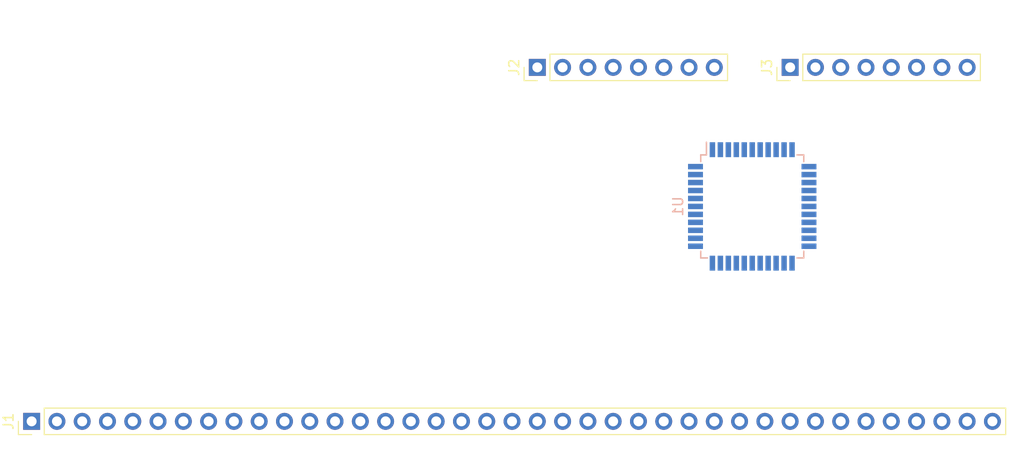
<source format=kicad_pcb>
(kicad_pcb (version 20171130) (host pcbnew 5.1.4)

  (general
    (thickness 1.6)
    (drawings 0)
    (tracks 0)
    (zones 0)
    (modules 4)
    (nets 72)
  )

  (page A4)
  (layers
    (0 F.Cu signal)
    (31 B.Cu signal)
    (32 B.Adhes user)
    (33 F.Adhes user)
    (34 B.Paste user)
    (35 F.Paste user)
    (36 B.SilkS user)
    (37 F.SilkS user)
    (38 B.Mask user)
    (39 F.Mask user)
    (40 Dwgs.User user)
    (41 Cmts.User user)
    (42 Eco1.User user)
    (43 Eco2.User user)
    (44 Edge.Cuts user)
    (45 Margin user)
    (46 B.CrtYd user)
    (47 F.CrtYd user)
    (48 B.Fab user)
    (49 F.Fab user)
  )

  (setup
    (last_trace_width 0.25)
    (trace_clearance 0.2)
    (zone_clearance 0.508)
    (zone_45_only no)
    (trace_min 0.2)
    (via_size 0.8)
    (via_drill 0.4)
    (via_min_size 0.4)
    (via_min_drill 0.3)
    (uvia_size 0.3)
    (uvia_drill 0.1)
    (uvias_allowed no)
    (uvia_min_size 0.2)
    (uvia_min_drill 0.1)
    (edge_width 0.05)
    (segment_width 0.2)
    (pcb_text_width 0.3)
    (pcb_text_size 1.5 1.5)
    (mod_edge_width 0.12)
    (mod_text_size 1 1)
    (mod_text_width 0.15)
    (pad_size 1.524 1.524)
    (pad_drill 0.762)
    (pad_to_mask_clearance 0.051)
    (solder_mask_min_width 0.25)
    (aux_axis_origin 0 0)
    (visible_elements FFFFFF7F)
    (pcbplotparams
      (layerselection 0x010fc_ffffffff)
      (usegerberextensions false)
      (usegerberattributes false)
      (usegerberadvancedattributes false)
      (creategerberjobfile false)
      (excludeedgelayer true)
      (linewidth 0.100000)
      (plotframeref false)
      (viasonmask false)
      (mode 1)
      (useauxorigin false)
      (hpglpennumber 1)
      (hpglpenspeed 20)
      (hpglpendiameter 15.000000)
      (psnegative false)
      (psa4output false)
      (plotreference true)
      (plotvalue true)
      (plotinvisibletext false)
      (padsonsilk false)
      (subtractmaskfromsilk false)
      (outputformat 1)
      (mirror false)
      (drillshape 1)
      (scaleselection 1)
      (outputdirectory ""))
  )

  (net 0 "")
  (net 1 "Net-(J1-Pad39)")
  (net 2 "Net-(J1-Pad38)")
  (net 3 "Net-(J1-Pad37)")
  (net 4 "Net-(J1-Pad36)")
  (net 5 "Net-(J1-Pad35)")
  (net 6 "Net-(J1-Pad26)")
  (net 7 "Net-(J1-Pad25)")
  (net 8 "Net-(J1-Pad24)")
  (net 9 "Net-(J1-Pad23)")
  (net 10 "Net-(J1-Pad22)")
  (net 11 "Net-(J1-Pad21)")
  (net 12 "Net-(J1-Pad20)")
  (net 13 "Net-(J1-Pad19)")
  (net 14 "Net-(J1-Pad18)")
  (net 15 "Net-(J1-Pad17)")
  (net 16 "Net-(J1-Pad16)")
  (net 17 "Net-(J1-Pad15)")
  (net 18 "Net-(J1-Pad14)")
  (net 19 "Net-(J1-Pad13)")
  (net 20 "Net-(J1-Pad12)")
  (net 21 "Net-(J1-Pad11)")
  (net 22 "Net-(J1-Pad10)")
  (net 23 "Net-(J1-Pad9)")
  (net 24 "Net-(J1-Pad8)")
  (net 25 "Net-(J1-Pad7)")
  (net 26 "Net-(J1-Pad6)")
  (net 27 "Net-(J1-Pad5)")
  (net 28 "Net-(J1-Pad4)")
  (net 29 "Net-(J1-Pad3)")
  (net 30 "Net-(J1-Pad2)")
  (net 31 "Net-(J1-Pad1)")
  (net 32 "Net-(U1-Pad39)")
  (net 33 "Net-(U1-Pad38)")
  (net 34 "Net-(U1-Pad37)")
  (net 35 "Net-(U1-Pad36)")
  (net 36 "Net-(U1-Pad35)")
  (net 37 "Net-(U1-Pad34)")
  (net 38 "Net-(U1-Pad33)")
  (net 39 "Net-(U1-Pad31)")
  (net 40 "Net-(U1-Pad21)")
  (net 41 "Net-(U1-Pad20)")
  (net 42 "Net-(U1-Pad19)")
  (net 43 "Net-(U1-Pad17)")
  (net 44 "Net-(U1-Pad15)")
  (net 45 "Net-(U1-Pad14)")
  (net 46 "Net-(U1-Pad13)")
  (net 47 "Net-(U1-Pad18)")
  (net 48 /D7)
  (net 49 /D6)
  (net 50 /D5)
  (net 51 /D4)
  (net 52 /D3)
  (net 53 /D2)
  (net 54 /D1)
  (net 55 /D0)
  (net 56 "Net-(J2-Pad8)")
  (net 57 "Net-(J2-Pad7)")
  (net 58 "Net-(J2-Pad6)")
  (net 59 "Net-(J2-Pad5)")
  (net 60 "Net-(J2-Pad4)")
  (net 61 "Net-(J2-Pad3)")
  (net 62 "Net-(J2-Pad2)")
  (net 63 "Net-(J2-Pad1)")
  (net 64 "Net-(J3-Pad8)")
  (net 65 "Net-(J3-Pad7)")
  (net 66 "Net-(J3-Pad6)")
  (net 67 "Net-(J3-Pad5)")
  (net 68 "Net-(J3-Pad4)")
  (net 69 "Net-(J3-Pad3)")
  (net 70 "Net-(J3-Pad2)")
  (net 71 "Net-(J3-Pad1)")

  (net_class Default "Dies ist die voreingestellte Netzklasse."
    (clearance 0.2)
    (trace_width 0.25)
    (via_dia 0.8)
    (via_drill 0.4)
    (uvia_dia 0.3)
    (uvia_drill 0.1)
    (add_net /D0)
    (add_net /D1)
    (add_net /D2)
    (add_net /D3)
    (add_net /D4)
    (add_net /D5)
    (add_net /D6)
    (add_net /D7)
    (add_net "Net-(J1-Pad1)")
    (add_net "Net-(J1-Pad10)")
    (add_net "Net-(J1-Pad11)")
    (add_net "Net-(J1-Pad12)")
    (add_net "Net-(J1-Pad13)")
    (add_net "Net-(J1-Pad14)")
    (add_net "Net-(J1-Pad15)")
    (add_net "Net-(J1-Pad16)")
    (add_net "Net-(J1-Pad17)")
    (add_net "Net-(J1-Pad18)")
    (add_net "Net-(J1-Pad19)")
    (add_net "Net-(J1-Pad2)")
    (add_net "Net-(J1-Pad20)")
    (add_net "Net-(J1-Pad21)")
    (add_net "Net-(J1-Pad22)")
    (add_net "Net-(J1-Pad23)")
    (add_net "Net-(J1-Pad24)")
    (add_net "Net-(J1-Pad25)")
    (add_net "Net-(J1-Pad26)")
    (add_net "Net-(J1-Pad3)")
    (add_net "Net-(J1-Pad35)")
    (add_net "Net-(J1-Pad36)")
    (add_net "Net-(J1-Pad37)")
    (add_net "Net-(J1-Pad38)")
    (add_net "Net-(J1-Pad39)")
    (add_net "Net-(J1-Pad4)")
    (add_net "Net-(J1-Pad5)")
    (add_net "Net-(J1-Pad6)")
    (add_net "Net-(J1-Pad7)")
    (add_net "Net-(J1-Pad8)")
    (add_net "Net-(J1-Pad9)")
    (add_net "Net-(J2-Pad1)")
    (add_net "Net-(J2-Pad2)")
    (add_net "Net-(J2-Pad3)")
    (add_net "Net-(J2-Pad4)")
    (add_net "Net-(J2-Pad5)")
    (add_net "Net-(J2-Pad6)")
    (add_net "Net-(J2-Pad7)")
    (add_net "Net-(J2-Pad8)")
    (add_net "Net-(J3-Pad1)")
    (add_net "Net-(J3-Pad2)")
    (add_net "Net-(J3-Pad3)")
    (add_net "Net-(J3-Pad4)")
    (add_net "Net-(J3-Pad5)")
    (add_net "Net-(J3-Pad6)")
    (add_net "Net-(J3-Pad7)")
    (add_net "Net-(J3-Pad8)")
    (add_net "Net-(U1-Pad13)")
    (add_net "Net-(U1-Pad14)")
    (add_net "Net-(U1-Pad15)")
    (add_net "Net-(U1-Pad17)")
    (add_net "Net-(U1-Pad18)")
    (add_net "Net-(U1-Pad19)")
    (add_net "Net-(U1-Pad20)")
    (add_net "Net-(U1-Pad21)")
    (add_net "Net-(U1-Pad31)")
    (add_net "Net-(U1-Pad33)")
    (add_net "Net-(U1-Pad34)")
    (add_net "Net-(U1-Pad35)")
    (add_net "Net-(U1-Pad36)")
    (add_net "Net-(U1-Pad37)")
    (add_net "Net-(U1-Pad38)")
    (add_net "Net-(U1-Pad39)")
  )

  (module Connector_PinHeader_2.54mm:PinHeader_1x08_P2.54mm_Vertical (layer F.Cu) (tedit 59FED5CC) (tstamp 5D9B8E92)
    (at 91.44 158.75 90)
    (descr "Through hole straight pin header, 1x08, 2.54mm pitch, single row")
    (tags "Through hole pin header THT 1x08 2.54mm single row")
    (path /5D9DF867)
    (fp_text reference J3 (at 0 -2.33 90) (layer F.SilkS)
      (effects (font (size 1 1) (thickness 0.15)))
    )
    (fp_text value Conn_01x08_Male (at 0 20.11 90) (layer F.Fab)
      (effects (font (size 1 1) (thickness 0.15)))
    )
    (fp_text user %R (at 0 8.89) (layer F.Fab)
      (effects (font (size 1 1) (thickness 0.15)))
    )
    (fp_line (start 1.8 -1.8) (end -1.8 -1.8) (layer F.CrtYd) (width 0.05))
    (fp_line (start 1.8 19.55) (end 1.8 -1.8) (layer F.CrtYd) (width 0.05))
    (fp_line (start -1.8 19.55) (end 1.8 19.55) (layer F.CrtYd) (width 0.05))
    (fp_line (start -1.8 -1.8) (end -1.8 19.55) (layer F.CrtYd) (width 0.05))
    (fp_line (start -1.33 -1.33) (end 0 -1.33) (layer F.SilkS) (width 0.12))
    (fp_line (start -1.33 0) (end -1.33 -1.33) (layer F.SilkS) (width 0.12))
    (fp_line (start -1.33 1.27) (end 1.33 1.27) (layer F.SilkS) (width 0.12))
    (fp_line (start 1.33 1.27) (end 1.33 19.11) (layer F.SilkS) (width 0.12))
    (fp_line (start -1.33 1.27) (end -1.33 19.11) (layer F.SilkS) (width 0.12))
    (fp_line (start -1.33 19.11) (end 1.33 19.11) (layer F.SilkS) (width 0.12))
    (fp_line (start -1.27 -0.635) (end -0.635 -1.27) (layer F.Fab) (width 0.1))
    (fp_line (start -1.27 19.05) (end -1.27 -0.635) (layer F.Fab) (width 0.1))
    (fp_line (start 1.27 19.05) (end -1.27 19.05) (layer F.Fab) (width 0.1))
    (fp_line (start 1.27 -1.27) (end 1.27 19.05) (layer F.Fab) (width 0.1))
    (fp_line (start -0.635 -1.27) (end 1.27 -1.27) (layer F.Fab) (width 0.1))
    (pad 8 thru_hole oval (at 0 17.78 90) (size 1.7 1.7) (drill 1) (layers *.Cu *.Mask)
      (net 64 "Net-(J3-Pad8)"))
    (pad 7 thru_hole oval (at 0 15.24 90) (size 1.7 1.7) (drill 1) (layers *.Cu *.Mask)
      (net 65 "Net-(J3-Pad7)"))
    (pad 6 thru_hole oval (at 0 12.7 90) (size 1.7 1.7) (drill 1) (layers *.Cu *.Mask)
      (net 66 "Net-(J3-Pad6)"))
    (pad 5 thru_hole oval (at 0 10.16 90) (size 1.7 1.7) (drill 1) (layers *.Cu *.Mask)
      (net 67 "Net-(J3-Pad5)"))
    (pad 4 thru_hole oval (at 0 7.62 90) (size 1.7 1.7) (drill 1) (layers *.Cu *.Mask)
      (net 68 "Net-(J3-Pad4)"))
    (pad 3 thru_hole oval (at 0 5.08 90) (size 1.7 1.7) (drill 1) (layers *.Cu *.Mask)
      (net 69 "Net-(J3-Pad3)"))
    (pad 2 thru_hole oval (at 0 2.54 90) (size 1.7 1.7) (drill 1) (layers *.Cu *.Mask)
      (net 70 "Net-(J3-Pad2)"))
    (pad 1 thru_hole rect (at 0 0 90) (size 1.7 1.7) (drill 1) (layers *.Cu *.Mask)
      (net 71 "Net-(J3-Pad1)"))
    (model ${KISYS3DMOD}/Connector_PinHeader_2.54mm.3dshapes/PinHeader_1x08_P2.54mm_Vertical.wrl
      (at (xyz 0 0 0))
      (scale (xyz 1 1 1))
      (rotate (xyz 0 0 0))
    )
  )

  (module Connector_PinHeader_2.54mm:PinHeader_1x08_P2.54mm_Vertical (layer F.Cu) (tedit 59FED5CC) (tstamp 5D9B8E76)
    (at 66.04 158.75 90)
    (descr "Through hole straight pin header, 1x08, 2.54mm pitch, single row")
    (tags "Through hole pin header THT 1x08 2.54mm single row")
    (path /5D9DC785)
    (fp_text reference J2 (at 0 -2.33 90) (layer F.SilkS)
      (effects (font (size 1 1) (thickness 0.15)))
    )
    (fp_text value Conn_01x08_Male (at 0 20.11 90) (layer F.Fab)
      (effects (font (size 1 1) (thickness 0.15)))
    )
    (fp_text user %R (at 0 8.89) (layer F.Fab)
      (effects (font (size 1 1) (thickness 0.15)))
    )
    (fp_line (start 1.8 -1.8) (end -1.8 -1.8) (layer F.CrtYd) (width 0.05))
    (fp_line (start 1.8 19.55) (end 1.8 -1.8) (layer F.CrtYd) (width 0.05))
    (fp_line (start -1.8 19.55) (end 1.8 19.55) (layer F.CrtYd) (width 0.05))
    (fp_line (start -1.8 -1.8) (end -1.8 19.55) (layer F.CrtYd) (width 0.05))
    (fp_line (start -1.33 -1.33) (end 0 -1.33) (layer F.SilkS) (width 0.12))
    (fp_line (start -1.33 0) (end -1.33 -1.33) (layer F.SilkS) (width 0.12))
    (fp_line (start -1.33 1.27) (end 1.33 1.27) (layer F.SilkS) (width 0.12))
    (fp_line (start 1.33 1.27) (end 1.33 19.11) (layer F.SilkS) (width 0.12))
    (fp_line (start -1.33 1.27) (end -1.33 19.11) (layer F.SilkS) (width 0.12))
    (fp_line (start -1.33 19.11) (end 1.33 19.11) (layer F.SilkS) (width 0.12))
    (fp_line (start -1.27 -0.635) (end -0.635 -1.27) (layer F.Fab) (width 0.1))
    (fp_line (start -1.27 19.05) (end -1.27 -0.635) (layer F.Fab) (width 0.1))
    (fp_line (start 1.27 19.05) (end -1.27 19.05) (layer F.Fab) (width 0.1))
    (fp_line (start 1.27 -1.27) (end 1.27 19.05) (layer F.Fab) (width 0.1))
    (fp_line (start -0.635 -1.27) (end 1.27 -1.27) (layer F.Fab) (width 0.1))
    (pad 8 thru_hole oval (at 0 17.78 90) (size 1.7 1.7) (drill 1) (layers *.Cu *.Mask)
      (net 56 "Net-(J2-Pad8)"))
    (pad 7 thru_hole oval (at 0 15.24 90) (size 1.7 1.7) (drill 1) (layers *.Cu *.Mask)
      (net 57 "Net-(J2-Pad7)"))
    (pad 6 thru_hole oval (at 0 12.7 90) (size 1.7 1.7) (drill 1) (layers *.Cu *.Mask)
      (net 58 "Net-(J2-Pad6)"))
    (pad 5 thru_hole oval (at 0 10.16 90) (size 1.7 1.7) (drill 1) (layers *.Cu *.Mask)
      (net 59 "Net-(J2-Pad5)"))
    (pad 4 thru_hole oval (at 0 7.62 90) (size 1.7 1.7) (drill 1) (layers *.Cu *.Mask)
      (net 60 "Net-(J2-Pad4)"))
    (pad 3 thru_hole oval (at 0 5.08 90) (size 1.7 1.7) (drill 1) (layers *.Cu *.Mask)
      (net 61 "Net-(J2-Pad3)"))
    (pad 2 thru_hole oval (at 0 2.54 90) (size 1.7 1.7) (drill 1) (layers *.Cu *.Mask)
      (net 62 "Net-(J2-Pad2)"))
    (pad 1 thru_hole rect (at 0 0 90) (size 1.7 1.7) (drill 1) (layers *.Cu *.Mask)
      (net 63 "Net-(J2-Pad1)"))
    (model ${KISYS3DMOD}/Connector_PinHeader_2.54mm.3dshapes/PinHeader_1x08_P2.54mm_Vertical.wrl
      (at (xyz 0 0 0))
      (scale (xyz 1 1 1))
      (rotate (xyz 0 0 0))
    )
  )

  (module Package_QFP:TQFP-44_10x10mm_P0.8mm (layer B.Cu) (tedit 5A02F146) (tstamp 5D9B6783)
    (at 87.63 172.72 270)
    (descr "44-Lead Plastic Thin Quad Flatpack (PT) - 10x10x1.0 mm Body [TQFP] (see Microchip Packaging Specification 00000049BS.pdf)")
    (tags "QFP 0.8")
    (path /5D9B93A7)
    (attr smd)
    (fp_text reference U1 (at 0 7.45 270) (layer B.SilkS)
      (effects (font (size 1 1) (thickness 0.15)) (justify mirror))
    )
    (fp_text value W65C22 (at 0 -7.45 270) (layer B.Fab)
      (effects (font (size 1 1) (thickness 0.15)) (justify mirror))
    )
    (fp_text user %R (at 0 0 270) (layer B.Fab)
      (effects (font (size 1 1) (thickness 0.15)) (justify mirror))
    )
    (fp_line (start -4 5) (end 5 5) (layer B.Fab) (width 0.15))
    (fp_line (start 5 5) (end 5 -5) (layer B.Fab) (width 0.15))
    (fp_line (start 5 -5) (end -5 -5) (layer B.Fab) (width 0.15))
    (fp_line (start -5 -5) (end -5 4) (layer B.Fab) (width 0.15))
    (fp_line (start -5 4) (end -4 5) (layer B.Fab) (width 0.15))
    (fp_line (start -6.7 6.7) (end -6.7 -6.7) (layer B.CrtYd) (width 0.05))
    (fp_line (start 6.7 6.7) (end 6.7 -6.7) (layer B.CrtYd) (width 0.05))
    (fp_line (start -6.7 6.7) (end 6.7 6.7) (layer B.CrtYd) (width 0.05))
    (fp_line (start -6.7 -6.7) (end 6.7 -6.7) (layer B.CrtYd) (width 0.05))
    (fp_line (start -5.175 5.175) (end -5.175 4.6) (layer B.SilkS) (width 0.15))
    (fp_line (start 5.175 5.175) (end 5.175 4.5) (layer B.SilkS) (width 0.15))
    (fp_line (start 5.175 -5.175) (end 5.175 -4.5) (layer B.SilkS) (width 0.15))
    (fp_line (start -5.175 -5.175) (end -5.175 -4.5) (layer B.SilkS) (width 0.15))
    (fp_line (start -5.175 5.175) (end -4.5 5.175) (layer B.SilkS) (width 0.15))
    (fp_line (start -5.175 -5.175) (end -4.5 -5.175) (layer B.SilkS) (width 0.15))
    (fp_line (start 5.175 -5.175) (end 4.5 -5.175) (layer B.SilkS) (width 0.15))
    (fp_line (start 5.175 5.175) (end 4.5 5.175) (layer B.SilkS) (width 0.15))
    (fp_line (start -5.175 4.6) (end -6.45 4.6) (layer B.SilkS) (width 0.15))
    (pad 1 smd rect (at -5.7 4 270) (size 1.5 0.55) (layers B.Cu B.Paste B.Mask)
      (net 58 "Net-(J2-Pad6)"))
    (pad 2 smd rect (at -5.7 3.2 270) (size 1.5 0.55) (layers B.Cu B.Paste B.Mask)
      (net 57 "Net-(J2-Pad7)"))
    (pad 3 smd rect (at -5.7 2.4 270) (size 1.5 0.55) (layers B.Cu B.Paste B.Mask)
      (net 56 "Net-(J2-Pad8)"))
    (pad 4 smd rect (at -5.7 1.6 270) (size 1.5 0.55) (layers B.Cu B.Paste B.Mask)
      (net 71 "Net-(J3-Pad1)"))
    (pad 5 smd rect (at -5.7 0.8 270) (size 1.5 0.55) (layers B.Cu B.Paste B.Mask))
    (pad 6 smd rect (at -5.7 0 270) (size 1.5 0.55) (layers B.Cu B.Paste B.Mask)
      (net 70 "Net-(J3-Pad2)"))
    (pad 7 smd rect (at -5.7 -0.8 270) (size 1.5 0.55) (layers B.Cu B.Paste B.Mask)
      (net 69 "Net-(J3-Pad3)"))
    (pad 8 smd rect (at -5.7 -1.6 270) (size 1.5 0.55) (layers B.Cu B.Paste B.Mask)
      (net 68 "Net-(J3-Pad4)"))
    (pad 9 smd rect (at -5.7 -2.4 270) (size 1.5 0.55) (layers B.Cu B.Paste B.Mask)
      (net 67 "Net-(J3-Pad5)"))
    (pad 10 smd rect (at -5.7 -3.2 270) (size 1.5 0.55) (layers B.Cu B.Paste B.Mask)
      (net 66 "Net-(J3-Pad6)"))
    (pad 11 smd rect (at -5.7 -4 270) (size 1.5 0.55) (layers B.Cu B.Paste B.Mask)
      (net 65 "Net-(J3-Pad7)"))
    (pad 12 smd rect (at -4 -5.7 180) (size 1.5 0.55) (layers B.Cu B.Paste B.Mask)
      (net 64 "Net-(J3-Pad8)"))
    (pad 13 smd rect (at -3.2 -5.7 180) (size 1.5 0.55) (layers B.Cu B.Paste B.Mask)
      (net 46 "Net-(U1-Pad13)"))
    (pad 14 smd rect (at -2.4 -5.7 180) (size 1.5 0.55) (layers B.Cu B.Paste B.Mask)
      (net 45 "Net-(U1-Pad14)"))
    (pad 15 smd rect (at -1.6 -5.7 180) (size 1.5 0.55) (layers B.Cu B.Paste B.Mask)
      (net 44 "Net-(U1-Pad15)"))
    (pad 16 smd rect (at -0.8 -5.7 180) (size 1.5 0.55) (layers B.Cu B.Paste B.Mask))
    (pad 17 smd rect (at 0 -5.7 180) (size 1.5 0.55) (layers B.Cu B.Paste B.Mask)
      (net 43 "Net-(U1-Pad17)"))
    (pad 18 smd rect (at 0.8 -5.7 180) (size 1.5 0.55) (layers B.Cu B.Paste B.Mask)
      (net 47 "Net-(U1-Pad18)"))
    (pad 19 smd rect (at 1.6 -5.7 180) (size 1.5 0.55) (layers B.Cu B.Paste B.Mask)
      (net 42 "Net-(U1-Pad19)"))
    (pad 20 smd rect (at 2.4 -5.7 180) (size 1.5 0.55) (layers B.Cu B.Paste B.Mask)
      (net 41 "Net-(U1-Pad20)"))
    (pad 21 smd rect (at 3.2 -5.7 180) (size 1.5 0.55) (layers B.Cu B.Paste B.Mask)
      (net 40 "Net-(U1-Pad21)"))
    (pad 22 smd rect (at 4 -5.7 180) (size 1.5 0.55) (layers B.Cu B.Paste B.Mask)
      (net 48 /D7))
    (pad 23 smd rect (at 5.7 -4 270) (size 1.5 0.55) (layers B.Cu B.Paste B.Mask)
      (net 49 /D6))
    (pad 24 smd rect (at 5.7 -3.2 270) (size 1.5 0.55) (layers B.Cu B.Paste B.Mask)
      (net 50 /D5))
    (pad 25 smd rect (at 5.7 -2.4 270) (size 1.5 0.55) (layers B.Cu B.Paste B.Mask)
      (net 51 /D4))
    (pad 26 smd rect (at 5.7 -1.6 270) (size 1.5 0.55) (layers B.Cu B.Paste B.Mask)
      (net 52 /D3))
    (pad 27 smd rect (at 5.7 -0.8 270) (size 1.5 0.55) (layers B.Cu B.Paste B.Mask))
    (pad 28 smd rect (at 5.7 0 270) (size 1.5 0.55) (layers B.Cu B.Paste B.Mask)
      (net 53 /D2))
    (pad 29 smd rect (at 5.7 0.8 270) (size 1.5 0.55) (layers B.Cu B.Paste B.Mask)
      (net 54 /D1))
    (pad 30 smd rect (at 5.7 1.6 270) (size 1.5 0.55) (layers B.Cu B.Paste B.Mask)
      (net 55 /D0))
    (pad 31 smd rect (at 5.7 2.4 270) (size 1.5 0.55) (layers B.Cu B.Paste B.Mask)
      (net 39 "Net-(U1-Pad31)"))
    (pad 32 smd rect (at 5.7 3.2 270) (size 1.5 0.55) (layers B.Cu B.Paste B.Mask))
    (pad 33 smd rect (at 5.7 4 270) (size 1.5 0.55) (layers B.Cu B.Paste B.Mask)
      (net 38 "Net-(U1-Pad33)"))
    (pad 34 smd rect (at 4 5.7 180) (size 1.5 0.55) (layers B.Cu B.Paste B.Mask)
      (net 37 "Net-(U1-Pad34)"))
    (pad 35 smd rect (at 3.2 5.7 180) (size 1.5 0.55) (layers B.Cu B.Paste B.Mask)
      (net 36 "Net-(U1-Pad35)"))
    (pad 36 smd rect (at 2.4 5.7 180) (size 1.5 0.55) (layers B.Cu B.Paste B.Mask)
      (net 35 "Net-(U1-Pad36)"))
    (pad 37 smd rect (at 1.6 5.7 180) (size 1.5 0.55) (layers B.Cu B.Paste B.Mask)
      (net 34 "Net-(U1-Pad37)"))
    (pad 38 smd rect (at 0.8 5.7 180) (size 1.5 0.55) (layers B.Cu B.Paste B.Mask)
      (net 33 "Net-(U1-Pad38)"))
    (pad 39 smd rect (at 0 5.7 180) (size 1.5 0.55) (layers B.Cu B.Paste B.Mask)
      (net 32 "Net-(U1-Pad39)"))
    (pad 40 smd rect (at -0.8 5.7 180) (size 1.5 0.55) (layers B.Cu B.Paste B.Mask)
      (net 63 "Net-(J2-Pad1)"))
    (pad 41 smd rect (at -1.6 5.7 180) (size 1.5 0.55) (layers B.Cu B.Paste B.Mask)
      (net 62 "Net-(J2-Pad2)"))
    (pad 42 smd rect (at -2.4 5.7 180) (size 1.5 0.55) (layers B.Cu B.Paste B.Mask)
      (net 61 "Net-(J2-Pad3)"))
    (pad 43 smd rect (at -3.2 5.7 180) (size 1.5 0.55) (layers B.Cu B.Paste B.Mask)
      (net 60 "Net-(J2-Pad4)"))
    (pad 44 smd rect (at -4 5.7 180) (size 1.5 0.55) (layers B.Cu B.Paste B.Mask)
      (net 59 "Net-(J2-Pad5)"))
    (model ${KISYS3DMOD}/Package_QFP.3dshapes/TQFP-44_10x10mm_P0.8mm.wrl
      (at (xyz 0 0 0))
      (scale (xyz 1 1 1))
      (rotate (xyz 0 0 0))
    )
  )

  (module Connector_PinHeader_2.54mm:PinHeader_1x39_P2.54mm_Vertical (layer F.Cu) (tedit 59FED5CC) (tstamp 5D9B6740)
    (at 15.24 194.31 90)
    (descr "Through hole straight pin header, 1x39, 2.54mm pitch, single row")
    (tags "Through hole pin header THT 1x39 2.54mm single row")
    (path /5D9CB856)
    (fp_text reference J1 (at 0 -2.33 90) (layer F.SilkS)
      (effects (font (size 1 1) (thickness 0.15)))
    )
    (fp_text value RC2014BUS (at 0 98.85 90) (layer F.Fab)
      (effects (font (size 1 1) (thickness 0.15)))
    )
    (fp_text user %R (at 0 48.26) (layer F.Fab)
      (effects (font (size 1 1) (thickness 0.15)))
    )
    (fp_line (start 1.8 -1.8) (end -1.8 -1.8) (layer F.CrtYd) (width 0.05))
    (fp_line (start 1.8 98.3) (end 1.8 -1.8) (layer F.CrtYd) (width 0.05))
    (fp_line (start -1.8 98.3) (end 1.8 98.3) (layer F.CrtYd) (width 0.05))
    (fp_line (start -1.8 -1.8) (end -1.8 98.3) (layer F.CrtYd) (width 0.05))
    (fp_line (start -1.33 -1.33) (end 0 -1.33) (layer F.SilkS) (width 0.12))
    (fp_line (start -1.33 0) (end -1.33 -1.33) (layer F.SilkS) (width 0.12))
    (fp_line (start -1.33 1.27) (end 1.33 1.27) (layer F.SilkS) (width 0.12))
    (fp_line (start 1.33 1.27) (end 1.33 97.85) (layer F.SilkS) (width 0.12))
    (fp_line (start -1.33 1.27) (end -1.33 97.85) (layer F.SilkS) (width 0.12))
    (fp_line (start -1.33 97.85) (end 1.33 97.85) (layer F.SilkS) (width 0.12))
    (fp_line (start -1.27 -0.635) (end -0.635 -1.27) (layer F.Fab) (width 0.1))
    (fp_line (start -1.27 97.79) (end -1.27 -0.635) (layer F.Fab) (width 0.1))
    (fp_line (start 1.27 97.79) (end -1.27 97.79) (layer F.Fab) (width 0.1))
    (fp_line (start 1.27 -1.27) (end 1.27 97.79) (layer F.Fab) (width 0.1))
    (fp_line (start -0.635 -1.27) (end 1.27 -1.27) (layer F.Fab) (width 0.1))
    (pad 39 thru_hole oval (at 0 96.52 90) (size 1.7 1.7) (drill 1) (layers *.Cu *.Mask)
      (net 1 "Net-(J1-Pad39)"))
    (pad 38 thru_hole oval (at 0 93.98 90) (size 1.7 1.7) (drill 1) (layers *.Cu *.Mask)
      (net 2 "Net-(J1-Pad38)"))
    (pad 37 thru_hole oval (at 0 91.44 90) (size 1.7 1.7) (drill 1) (layers *.Cu *.Mask)
      (net 3 "Net-(J1-Pad37)"))
    (pad 36 thru_hole oval (at 0 88.9 90) (size 1.7 1.7) (drill 1) (layers *.Cu *.Mask)
      (net 4 "Net-(J1-Pad36)"))
    (pad 35 thru_hole oval (at 0 86.36 90) (size 1.7 1.7) (drill 1) (layers *.Cu *.Mask)
      (net 5 "Net-(J1-Pad35)"))
    (pad 34 thru_hole oval (at 0 83.82 90) (size 1.7 1.7) (drill 1) (layers *.Cu *.Mask)
      (net 48 /D7))
    (pad 33 thru_hole oval (at 0 81.28 90) (size 1.7 1.7) (drill 1) (layers *.Cu *.Mask)
      (net 49 /D6))
    (pad 32 thru_hole oval (at 0 78.74 90) (size 1.7 1.7) (drill 1) (layers *.Cu *.Mask)
      (net 50 /D5))
    (pad 31 thru_hole oval (at 0 76.2 90) (size 1.7 1.7) (drill 1) (layers *.Cu *.Mask)
      (net 51 /D4))
    (pad 30 thru_hole oval (at 0 73.66 90) (size 1.7 1.7) (drill 1) (layers *.Cu *.Mask)
      (net 52 /D3))
    (pad 29 thru_hole oval (at 0 71.12 90) (size 1.7 1.7) (drill 1) (layers *.Cu *.Mask)
      (net 53 /D2))
    (pad 28 thru_hole oval (at 0 68.58 90) (size 1.7 1.7) (drill 1) (layers *.Cu *.Mask)
      (net 54 /D1))
    (pad 27 thru_hole oval (at 0 66.04 90) (size 1.7 1.7) (drill 1) (layers *.Cu *.Mask)
      (net 55 /D0))
    (pad 26 thru_hole oval (at 0 63.5 90) (size 1.7 1.7) (drill 1) (layers *.Cu *.Mask)
      (net 6 "Net-(J1-Pad26)"))
    (pad 25 thru_hole oval (at 0 60.96 90) (size 1.7 1.7) (drill 1) (layers *.Cu *.Mask)
      (net 7 "Net-(J1-Pad25)"))
    (pad 24 thru_hole oval (at 0 58.42 90) (size 1.7 1.7) (drill 1) (layers *.Cu *.Mask)
      (net 8 "Net-(J1-Pad24)"))
    (pad 23 thru_hole oval (at 0 55.88 90) (size 1.7 1.7) (drill 1) (layers *.Cu *.Mask)
      (net 9 "Net-(J1-Pad23)"))
    (pad 22 thru_hole oval (at 0 53.34 90) (size 1.7 1.7) (drill 1) (layers *.Cu *.Mask)
      (net 10 "Net-(J1-Pad22)"))
    (pad 21 thru_hole oval (at 0 50.8 90) (size 1.7 1.7) (drill 1) (layers *.Cu *.Mask)
      (net 11 "Net-(J1-Pad21)"))
    (pad 20 thru_hole oval (at 0 48.26 90) (size 1.7 1.7) (drill 1) (layers *.Cu *.Mask)
      (net 12 "Net-(J1-Pad20)"))
    (pad 19 thru_hole oval (at 0 45.72 90) (size 1.7 1.7) (drill 1) (layers *.Cu *.Mask)
      (net 13 "Net-(J1-Pad19)"))
    (pad 18 thru_hole oval (at 0 43.18 90) (size 1.7 1.7) (drill 1) (layers *.Cu *.Mask)
      (net 14 "Net-(J1-Pad18)"))
    (pad 17 thru_hole oval (at 0 40.64 90) (size 1.7 1.7) (drill 1) (layers *.Cu *.Mask)
      (net 15 "Net-(J1-Pad17)"))
    (pad 16 thru_hole oval (at 0 38.1 90) (size 1.7 1.7) (drill 1) (layers *.Cu *.Mask)
      (net 16 "Net-(J1-Pad16)"))
    (pad 15 thru_hole oval (at 0 35.56 90) (size 1.7 1.7) (drill 1) (layers *.Cu *.Mask)
      (net 17 "Net-(J1-Pad15)"))
    (pad 14 thru_hole oval (at 0 33.02 90) (size 1.7 1.7) (drill 1) (layers *.Cu *.Mask)
      (net 18 "Net-(J1-Pad14)"))
    (pad 13 thru_hole oval (at 0 30.48 90) (size 1.7 1.7) (drill 1) (layers *.Cu *.Mask)
      (net 19 "Net-(J1-Pad13)"))
    (pad 12 thru_hole oval (at 0 27.94 90) (size 1.7 1.7) (drill 1) (layers *.Cu *.Mask)
      (net 20 "Net-(J1-Pad12)"))
    (pad 11 thru_hole oval (at 0 25.4 90) (size 1.7 1.7) (drill 1) (layers *.Cu *.Mask)
      (net 21 "Net-(J1-Pad11)"))
    (pad 10 thru_hole oval (at 0 22.86 90) (size 1.7 1.7) (drill 1) (layers *.Cu *.Mask)
      (net 22 "Net-(J1-Pad10)"))
    (pad 9 thru_hole oval (at 0 20.32 90) (size 1.7 1.7) (drill 1) (layers *.Cu *.Mask)
      (net 23 "Net-(J1-Pad9)"))
    (pad 8 thru_hole oval (at 0 17.78 90) (size 1.7 1.7) (drill 1) (layers *.Cu *.Mask)
      (net 24 "Net-(J1-Pad8)"))
    (pad 7 thru_hole oval (at 0 15.24 90) (size 1.7 1.7) (drill 1) (layers *.Cu *.Mask)
      (net 25 "Net-(J1-Pad7)"))
    (pad 6 thru_hole oval (at 0 12.7 90) (size 1.7 1.7) (drill 1) (layers *.Cu *.Mask)
      (net 26 "Net-(J1-Pad6)"))
    (pad 5 thru_hole oval (at 0 10.16 90) (size 1.7 1.7) (drill 1) (layers *.Cu *.Mask)
      (net 27 "Net-(J1-Pad5)"))
    (pad 4 thru_hole oval (at 0 7.62 90) (size 1.7 1.7) (drill 1) (layers *.Cu *.Mask)
      (net 28 "Net-(J1-Pad4)"))
    (pad 3 thru_hole oval (at 0 5.08 90) (size 1.7 1.7) (drill 1) (layers *.Cu *.Mask)
      (net 29 "Net-(J1-Pad3)"))
    (pad 2 thru_hole oval (at 0 2.54 90) (size 1.7 1.7) (drill 1) (layers *.Cu *.Mask)
      (net 30 "Net-(J1-Pad2)"))
    (pad 1 thru_hole rect (at 0 0 90) (size 1.7 1.7) (drill 1) (layers *.Cu *.Mask)
      (net 31 "Net-(J1-Pad1)"))
    (model ${KISYS3DMOD}/Connector_PinHeader_2.54mm.3dshapes/PinHeader_1x39_P2.54mm_Vertical.wrl
      (at (xyz 0 0 0))
      (scale (xyz 1 1 1))
      (rotate (xyz 0 0 0))
    )
  )

)

</source>
